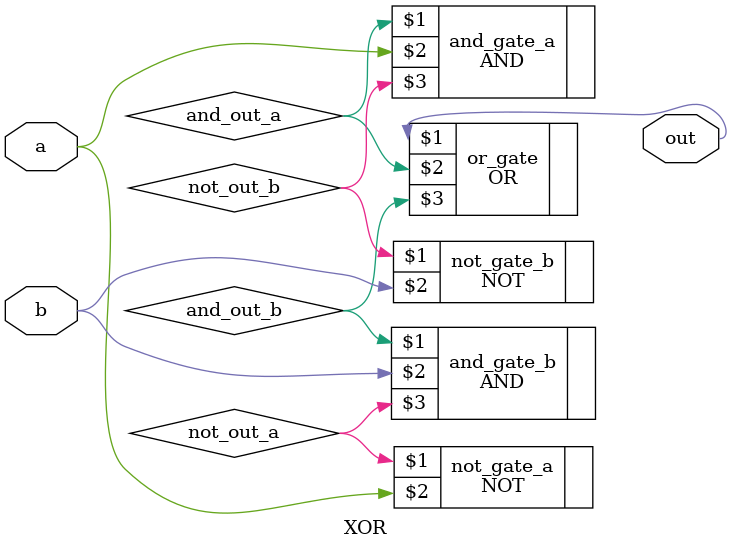
<source format=v>
module XOR(output out, input a, input b);
    wire not_out_a; 
    wire not_out_b; 

    wire and_out_a; 
    wire and_out_b; 

    NOT not_gate_a(not_out_a, a);
    NOT not_gate_b(not_out_b, b); 

    AND and_gate_a(and_out_a, a, not_out_b); 
    AND and_gate_b(and_out_b, b, not_out_a);

    OR or_gate(out, and_out_a, and_out_b); 
endmodule
</source>
